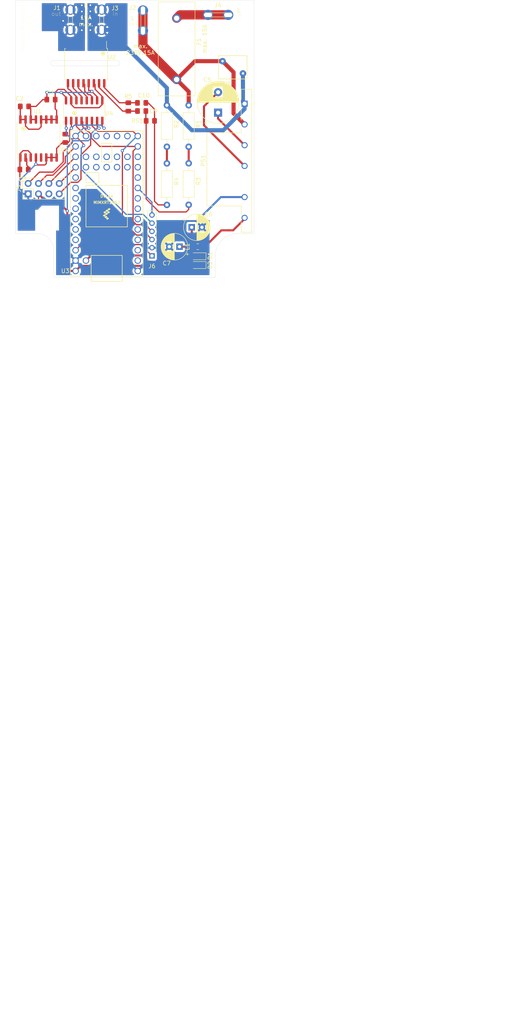
<source format=kicad_pcb>
(kicad_pcb (version 20171130) (host pcbnew "(5.1.10-1-10_14)")
  (title_block (title "Power Analyzer with an ACS71020 and a Teensy 4.0") (rev 2.0) (comment 3 "This documentation describes Open Hardware and is licensed under the CERN OHL v. 1.2.") (comment 4 "For detail, refer to LICENSE.PDF in the project folder"))
  (layers (0 F.Cu signal) (31 B.Cu signal) (34 B.Paste user hide) (35 F.Paste user hide) (36 B.SilkS user) (37 F.SilkS user) (38 B.Mask user) (39 F.Mask user) (44 Edge.Cuts user))
  (net 0 "")
  (net 1 GNDS)
  (net 2 GND)
  (net 3 "Net-(C9-Pad1)")
  (net 4 "Net-(C10-Pad1)")
  (net 5 "Net-(R1-Pad1)")
  (net 6 "Net-(R2-Pad1)")
  (net 7 "Net-(U1-Pad5)")
  (net 8 "Net-(U3-Pad44)")
  (net 9 "Net-(U3-Pad43)")
  (net 10 "Net-(U3-Pad42)")
  (net 11 "Net-(U3-Pad40)")
  (net 12 "Net-(U3-Pad38)")
  (net 13 "Net-(U3-Pad2)")
  (net 14 "Net-(U3-Pad3)")
  (net 15 "Net-(U3-Pad4)")
  (net 16 "Net-(U3-Pad5)")
  (net 17 "Net-(U3-Pad6)")
  (net 18 "Net-(U3-Pad7)")
  (net 19 "Net-(U3-Pad8)")
  (net 20 "Net-(U3-Pad10)")
  (net 21 "Net-(U3-Pad11)")
  (net 22 "Net-(U3-Pad37)")
  (net 23 "Net-(U3-Pad36)")
  (net 24 "Net-(U3-Pad35)")
  (net 25 "Net-(U3-Pad30)")
  (net 26 "Net-(U3-Pad29)")
  (net 27 "Net-(U3-Pad28)")
  (net 28 "Net-(U3-Pad26)")
  (net 29 "Net-(U3-Pad25)")
  (net 30 "Net-(U3-Pad24)")
  (net 31 "Net-(U3-Pad15)")
  (net 32 "Net-(U3-Pad16)")
  (net 33 "Net-(U3-Pad18)")
  (net 34 "Net-(U3-Pad17)")
  (net 35 /VISO)
  (net 36 /VINP)
  (net 37 /IP-)
  (net 38 /CS2)
  (net 39 /MOSI2)
  (net 40 /SCLK2)
  (net 41 /MISO2)
  (net 42 /CS1)
  (net 43 +5V)
  (net 44 "Net-(C5-Pad1)")
  (net 45 "Net-(C7-Pad1)")
  (net 46 /VINN)
  (net 47 5V_Teensy)
  (net 48 "Net-(F1-Pad1)")
  (net 49 "Net-(U3-Pad27)")
  (net 50 "Net-(U3-Pad39)")
  (net 51 "Net-(U3-Pad41)")
  (net 52 "/5V(AC)")
  (net 53 "Net-(C5-Pad2)")
  (net 54 /d_rst)
  (net 55 /d_d\c)
  (net 56 /d_cs)
  (net 57 "Net-(U3-Pad12)")
  (net 58 "Net-(F1-Pad2)")
  (net 59 /IP+)
  (net 60 "Net-(J5-Pad5)")
  (net 61 MOSI)
  (net 62 SCLK)
  (net 63 MISO)
  (net 64 3.3V)
  (net 65 CS_SD)
  (module teensy:Teensy40 (layer F.Cu) (at 88.9 170.434 90)
    (fp_text reference U3 (at -16.51 -10.16 180) (layer F.SilkS))
    (fp_text value Teensy4.0)
    (fp_text user DVL6A (at 1.778 0) (layer F.SilkS) (effects (font (size 0.7 0.7))))
    (fp_text user MIMXRT1062 (at 0.254 0) (layer F.SilkS) (effects (font (size 0.7 0.7))))
    (pad 44 thru_hole circle (at 8.89 5.08 90) (size 1.6 1.6) (drill 1.1) (layers *.Cu *.Mask) (net 8 "Net-(U3-Pad44)"))
    (pad 43 thru_hole circle (at 11.43 5.08 90) (size 1.6 1.6) (drill 1.1) (layers *.Cu *.Mask) (net 9 "Net-(U3-Pad43)"))
    (pad 42 thru_hole circle (at 8.89 2.54 90) (size 1.6 1.6) (drill 1.1) (layers *.Cu *.Mask) (net 10 "Net-(U3-Pad42)"))
    (pad 41 thru_hole circle (at 11.43 2.54 90) (size 1.6 1.6) (drill 1.1) (layers *.Cu *.Mask) (net 51 "Net-(U3-Pad41)"))
    (pad 40 thru_hole circle (at 8.89 0 90) (size 1.6 1.6) (drill 1.1) (layers *.Cu *.Mask) (net 11 "Net-(U3-Pad40)"))
    (pad 39 thru_hole circle (at 11.43 0 90) (size 1.6 1.6) (drill 1.1) (layers *.Cu *.Mask) (net 50 "Net-(U3-Pad39)"))
    (pad 38 thru_hole circle (at 8.89 -2.54 90) (size 1.6 1.6) (drill 1.1) (layers *.Cu *.Mask) (net 12 "Net-(U3-Pad38)"))
    (pad 37 thru_hole circle (at 11.43 -2.54 90) (size 1.6 1.6) (drill 1.1) (layers *.Cu *.Mask) (net 22 "Net-(U3-Pad37)"))
    (pad 36 thru_hole circle (at 8.89 -5.08 90) (size 1.6 1.6) (drill 1.1) (layers *.Cu *.Mask) (net 23 "Net-(U3-Pad36)"))
    (pad 35 thru_hole circle (at 11.43 -5.08 90) (size 1.6 1.6) (drill 1.1) (layers *.Cu *.Mask) (net 24 "Net-(U3-Pad35)"))
    (pad 1 thru_hole circle (at -16.51 7.62 90) (size 1.6 1.6) (drill 1.1) (layers *.Cu *.Mask) (net 2 GND))
    (pad 2 thru_hole circle (at -13.97 7.62 90) (size 1.6 1.6) (drill 1.1) (layers *.Cu *.Mask) (net 13 "Net-(U3-Pad2)"))
    (pad 3 thru_hole circle (at -11.43 7.62 90) (size 1.6 1.6) (drill 1.1) (layers *.Cu *.Mask) (net 14 "Net-(U3-Pad3)"))
    (pad 4 thru_hole circle (at -8.89 7.62 90) (size 1.6 1.6) (drill 1.1) (layers *.Cu *.Mask) (net 15 "Net-(U3-Pad4)"))
    (pad 5 thru_hole circle (at -6.35 7.62 90) (size 1.6 1.6) (drill 1.1) (layers *.Cu *.Mask) (net 16 "Net-(U3-Pad5)"))
    (pad 6 thru_hole circle (at -3.81 7.62 90) (size 1.6 1.6) (drill 1.1) (layers *.Cu *.Mask) (net 17 "Net-(U3-Pad6)"))
    (pad 7 thru_hole circle (at -1.27 7.62 90) (size 1.6 1.6) (drill 1.1) (layers *.Cu *.Mask) (net 18 "Net-(U3-Pad7)"))
    (pad 8 thru_hole circle (at 1.27 7.62 90) (size 1.6 1.6) (drill 1.1) (layers *.Cu *.Mask) (net 19 "Net-(U3-Pad8)"))
    (pad 9 thru_hole circle (at 3.81 7.62 90) (size 1.6 1.6) (drill 1.1) (layers *.Cu *.Mask) (net 65 CS_SD))
    (pad 10 thru_hole circle (at 6.35 7.62 90) (size 1.6 1.6) (drill 1.1) (layers *.Cu *.Mask) (net 20 "Net-(U3-Pad10)"))
    (pad 11 thru_hole circle (at 8.89 7.62 90) (size 1.6 1.6) (drill 1.1) (layers *.Cu *.Mask) (net 21 "Net-(U3-Pad11)"))
    (pad 12 thru_hole circle (at 11.43 7.62 90) (size 1.6 1.6) (drill 1.1) (layers *.Cu *.Mask) (net 57 "Net-(U3-Pad12)"))
    (pad 13 thru_hole circle (at 13.97 7.62 90) (size 1.6 1.6) (drill 1.1) (layers *.Cu *.Mask) (net 61 MOSI))
    (pad 34 thru_hole circle (at -13.97 -5.08 90) (size 1.6 1.6) (drill 1.1) (layers *.Cu *.Mask) (net 47 5V_Teensy))
    (pad 33 thru_hole circle (at -16.51 -7.62 90) (size 1.6 1.6) (drill 1.1) (layers *.Cu *.Mask) (net 43 +5V))
    (pad 32 thru_hole circle (at -13.97 -7.62 90) (size 1.6 1.6) (drill 1.1) (layers *.Cu *.Mask) (net 2 GND))
    (pad 31 thru_hole circle (at -11.43 -7.62 90) (size 1.6 1.6) (drill 1.1) (layers *.Cu *.Mask) (net 64 3.3V))
    (pad 30 thru_hole circle (at -8.89 -7.62 90) (size 1.6 1.6) (drill 1.1) (layers *.Cu *.Mask) (net 25 "Net-(U3-Pad30)"))
    (pad 29 thru_hole circle (at -6.35 -7.62 90) (size 1.6 1.6) (drill 1.1) (layers *.Cu *.Mask) (net 26 "Net-(U3-Pad29)"))
    (pad 28 thru_hole circle (at -3.81 -7.62 90) (size 1.6 1.6) (drill 1.1) (layers *.Cu *.Mask) (net 27 "Net-(U3-Pad28)"))
    (pad 27 thru_hole circle (at -1.27 -7.62 90) (size 1.6 1.6) (drill 1.1) (layers *.Cu *.Mask) (net 49 "Net-(U3-Pad27)"))
    (pad 26 thru_hole circle (at 1.27 -7.62 90) (size 1.6 1.6) (drill 1.1) (layers *.Cu *.Mask) (net 28 "Net-(U3-Pad26)"))
    (pad 25 thru_hole circle (at 3.81 -7.62 90) (size 1.6 1.6) (drill 1.1) (layers *.Cu *.Mask) (net 29 "Net-(U3-Pad25)"))
    (pad 24 thru_hole circle (at 6.35 -7.62 90) (size 1.6 1.6) (drill 1.1) (layers *.Cu *.Mask) (net 30 "Net-(U3-Pad24)"))
    (pad 23 thru_hole circle (at 8.89 -7.62 90) (size 1.6 1.6) (drill 1.1) (layers *.Cu *.Mask) (net 56 /d_cs))
    (pad 22 thru_hole circle (at 11.43 -7.62 90) (size 1.6 1.6) (drill 1.1) (layers *.Cu *.Mask) (net 55 /d_d\c))
    (pad 21 thru_hole circle (at 13.97 -7.62 90) (size 1.6 1.6) (drill 1.1) (layers *.Cu *.Mask) (net 54 /d_rst))
    (pad 14 thru_hole circle (at 16.51 7.62 90) (size 1.6 1.6) (drill 1.1) (layers *.Cu *.Mask) (net 63 MISO))
    (pad 15 thru_hole circle (at 16.51 5.08 90) (size 1.6 1.6) (drill 1.1) (layers *.Cu *.Mask) (net 31 "Net-(U3-Pad15)"))
    (pad 16 thru_hole circle (at 16.51 2.54 90) (size 1.6 1.6) (drill 1.1) (layers *.Cu *.Mask) (net 32 "Net-(U3-Pad16)"))
    (pad 20 thru_hole circle (at 16.51 -7.62 90) (size 1.6 1.6) (drill 1.1) (layers *.Cu *.Mask) (net 62 SCLK))
    (pad 19 thru_hole circle (at 16.51 -5.08 90) (size 1.6 1.6) (drill 1.1) (layers *.Cu *.Mask) (net 42 /CS1))
    (pad 18 thru_hole circle (at 16.51 -2.54 90) (size 1.6 1.6) (drill 1.1) (layers *.Cu *.Mask) (net 33 "Net-(U3-Pad18)"))
    (pad 17 thru_hole circle (at 16.51 0 90) (size 1.6 1.6) (drill 1.1) (layers *.Cu *.Mask) (net 34 "Net-(U3-Pad17)"))
  )
  (module Connector_PinSocket_2.00mm:PinSocket_1x06_P2.00mm_Vertical (layer F.Cu) (at 100 183.25 180)
    (fp_text reference J6 (at 0 -2.5) (layer F.SilkS))
    (fp_text value Conn_01x06)
    (pad 6 thru_hole oval (at 0 10 180) (size 1.35 1.35) (drill 0.8) (layers *.Cu *.Mask) (net 65 CS_SD))
    (pad 5 thru_hole oval (at 0 8 180) (size 1.35 1.35) (drill 0.8) (layers *.Cu *.Mask) (net 62 SCLK))
    (pad 4 thru_hole oval (at 0 6 180) (size 1.35 1.35) (drill 0.8) (layers *.Cu *.Mask) (net 61 MOSI))
    (pad 3 thru_hole oval (at 0 4 180) (size 1.35 1.35) (drill 0.8) (layers *.Cu *.Mask) (net 63 MISO))
    (pad 2 thru_hole oval (at 0 2 180) (size 1.35 1.35) (drill 0.8) (layers *.Cu *.Mask) (net 2 GND))
    (pad 1 thru_hole rect (at 0 0 180) (size 1.35 1.35) (drill 0.8) (layers *.Cu *.Mask) (net 64 3.3V))
  )
  (module Capacitor_SMD:C_0805_2012Metric_Pad1.15x1.40mm_HandSolder (layer F.Cu) (at 68.645 162.11)
    (fp_text reference C3 (at -0.381 2.413) (layer F.SilkS))
    (fp_text value 100p)
    (pad 2 smd roundrect (at 1.025 0) (size 1.15 1.4) (layers F.Cu F.Paste F.Mask) (roundrect_rratio 0.217391) (net 2 GND))
    (pad 1 smd roundrect (at -1.025 0) (size 1.15 1.4) (layers F.Cu F.Paste F.Mask) (roundrect_rratio 0.217391) (net 43 +5V))
  )
  (module Connector_PinHeader_2.54mm:PinHeader_2x04_P2.54mm_Vertical (layer F.Cu) (at 69.65 168.07 90)
    (fp_text reference J5 (at 1.27 -2.33 90) (layer F.SilkS))
    (fp_text value Conn_01x08)
    (pad 8 thru_hole oval (at 2.54 7.62 90) (size 1.7 1.7) (drill 1) (layers *.Cu *.Mask) (net 56 /d_cs))
    (pad 7 thru_hole oval (at 0 7.62 90) (size 1.7 1.7) (drill 1) (layers *.Cu *.Mask) (net 61 MOSI))
    (pad 6 thru_hole oval (at 2.54 5.08 90) (size 1.7 1.7) (drill 1) (layers *.Cu *.Mask) (net 55 /d_d\c))
    (pad 5 thru_hole oval (at 0 5.08 90) (size 1.7 1.7) (drill 1) (layers *.Cu *.Mask) (net 60 "Net-(J5-Pad5)"))
    (pad 4 thru_hole oval (at 2.54 2.54 90) (size 1.7 1.7) (drill 1) (layers *.Cu *.Mask) (net 54 /d_rst))
    (pad 3 thru_hole oval (at 0 2.54 90) (size 1.7 1.7) (drill 1) (layers *.Cu *.Mask) (net 43 +5V))
    (pad 2 thru_hole oval (at 2.54 0 90) (size 1.7 1.7) (drill 1) (layers *.Cu *.Mask) (net 62 SCLK))
    (pad 1 thru_hole rect (at 0 0 90) (size 1.7 1.7) (drill 1) (layers *.Cu *.Mask) (net 2 GND))
  )
  (module "own_footprints:Fuseholder 5x20mm" (layer F.Cu) (at 106.045 132.588 270)
    (fp_text reference F1 (at -1.778 -5.461 270) (layer F.SilkS))
    (fp_text value Fuse)
    (pad 1 thru_hole circle (at -7.5 0 270) (size 2 2) (drill 1.3) (layers *.Cu *.Mask) (net 48 "Net-(F1-Pad1)"))
    (pad 2 thru_hole circle (at 7.5 0 270) (size 2 2) (drill 1.3) (layers *.Cu *.Mask) (net 58 "Net-(F1-Pad2)"))
    (pad "" np_thru_hole circle (at 0 0 270) (size 2.6 2.6) (drill 2.6) (layers *.Cu *.Mask))
  )
  (module PBO-1-S5:CONV_PBO-1-S5 (layer F.Cu) (at 122.7 146 270)
    (fp_text reference PS1 (at 13.9446 10.13714 90) (layer F.SilkS) (effects (font (size 1.00122 1.00122))))
    (fp_text value PBO-1-S5)
    (pad 1 thru_hole rect (at 0 0 270) (size 1.508 1.508) (drill 1) (layers *.Cu *.Mask) (net 59 /IP+))
    (pad 3 thru_hole circle (at 5.08 0 270) (size 1.508 1.508) (drill 1) (layers *.Cu *.Mask) (net 58 "Net-(F1-Pad2)"))
    (pad 5 thru_hole circle (at 10.16 0 270) (size 1.508 1.508) (drill 1) (layers *.Cu *.Mask) (net 44 "Net-(C5-Pad1)"))
    (pad 7 thru_hole circle (at 15.24 0 270) (size 1.508 1.508) (drill 1) (layers *.Cu *.Mask) (net 53 "Net-(C5-Pad2)"))
    (pad 10 thru_hole circle (at 22.86 0 270) (size 1.508 1.508) (drill 1) (layers *.Cu *.Mask) (net 2 GND))
    (pad 12 thru_hole circle (at 27.94 0 270) (size 1.508 1.508) (drill 1) (layers *.Cu *.Mask) (net 52 "/5V(AC)"))
  )
  (module Capacitor_SMD:C_0805_2012Metric_Pad1.15x1.40mm_HandSolder (layer F.Cu) (at 75.25 145 180)
    (fp_text reference C1 (at 0.1 1.8) (layer F.SilkS))
    (fp_text value 10u)
    (pad 1 smd roundrect (at -1.025 0 180) (size 1.15 1.4) (layers F.Cu F.Paste F.Mask) (roundrect_rratio 0.217391) (net 1 GNDS))
    (pad 2 smd roundrect (at 1.025 0 180) (size 1.15 1.4) (layers F.Cu F.Paste F.Mask) (roundrect_rratio 0.217391) (net 35 /VISO))
  )
  (module Resistor_SMD:R_0805_2012Metric_Pad1.15x1.40mm_HandSolder (layer F.Cu) (at 94.2 146.8 270)
    (fp_text reference R5 (at -2.6 0 180) (layer F.SilkS))
    (fp_text value 1meg)
    (pad 2 smd roundrect (at 1.025 0 270) (size 1.15 1.4) (layers F.Cu F.Paste F.Mask) (roundrect_rratio 0.217391) (net 46 /VINN))
    (pad 1 smd roundrect (at -1.025 0 270) (size 1.15 1.4) (layers F.Cu F.Paste F.Mask) (roundrect_rratio 0.217391) (net 36 /VINP))
  )
  (module Capacitor_SMD:C_0805_2012Metric_Pad1.15x1.40mm_HandSolder (layer F.Cu) (at 78.76 154.48 90)
    (fp_text reference C4 (at -2.84 -0.09 180) (layer F.SilkS))
    (fp_text value 10u)
    (pad 2 smd roundrect (at 1.025 0 90) (size 1.15 1.4) (layers F.Cu F.Paste F.Mask) (roundrect_rratio 0.217391) (net 43 +5V))
    (pad 1 smd roundrect (at -1.025 0 90) (size 1.15 1.4) (layers F.Cu F.Paste F.Mask) (roundrect_rratio 0.217391) (net 2 GND))
  )
  (module Package_SO:SOIC-16_3.9x9.9mm_P1.27mm (layer F.Cu) (at 83.38 147.69 90)
    (fp_text reference U4 (at -0.7 6.1 180) (layer F.SilkS))
    (fp_text value Si8641)
    (pad 1 smd roundrect (at -2.475 -4.445 90) (size 1.95 0.6) (layers F.Cu F.Paste F.Mask) (net 43 +5V))
    (pad 2 smd roundrect (at -2.475 -3.175 90) (size 1.95 0.6) (layers F.Cu F.Paste F.Mask) (net 2 GND))
    (pad 3 smd roundrect (at -2.475 -1.905 90) (size 1.95 0.6) (layers F.Cu F.Paste F.Mask) (net 42 /CS1))
    (pad 4 smd roundrect (at -2.475 -0.635 90) (size 1.95 0.6) (layers F.Cu F.Paste F.Mask) (net 61 MOSI))
    (pad 5 smd roundrect (at -2.475 0.635 90) (size 1.95 0.6) (layers F.Cu F.Paste F.Mask) (net 62 SCLK))
    (pad 6 smd roundrect (at -2.475 1.905 90) (size 1.95 0.6) (layers F.Cu F.Paste F.Mask) (net 63 MISO))
    (pad 7 smd roundrect (at -2.475 3.175 90) (size 1.95 0.6) (layers F.Cu F.Paste F.Mask) (net 43 +5V))
    (pad 8 smd roundrect (at -2.475 4.445 90) (size 1.95 0.6) (layers F.Cu F.Paste F.Mask) (net 2 GND))
    (pad 9 smd roundrect (at 2.475 4.445 90) (size 1.95 0.6) (layers F.Cu F.Paste F.Mask) (net 1 GNDS))
    (pad 10 smd roundrect (at 2.475 3.175 90) (size 1.95 0.6) (layers F.Cu F.Paste F.Mask) (net 35 /VISO))
    (pad 11 smd roundrect (at 2.475 1.905 90) (size 1.95 0.6) (layers F.Cu F.Paste F.Mask) (net 41 /MISO2))
    (pad 12 smd roundrect (at 2.475 0.635 90) (size 1.95 0.6) (layers F.Cu F.Paste F.Mask) (net 40 /SCLK2))
    (pad 13 smd roundrect (at 2.475 -0.635 90) (size 1.95 0.6) (layers F.Cu F.Paste F.Mask) (net 39 /MOSI2))
    (pad 14 smd roundrect (at 2.475 -1.905 90) (size 1.95 0.6) (layers F.Cu F.Paste F.Mask) (net 38 /CS2))
    (pad 15 smd roundrect (at 2.475 -3.175 90) (size 1.95 0.6) (layers F.Cu F.Paste F.Mask) (net 1 GNDS))
    (pad 16 smd roundrect (at 2.475 -4.445 90) (size 1.95 0.6) (layers F.Cu F.Paste F.Mask) (net 35 /VISO))
  )
  (module own_footprints:Flachstecker_8mm_B6.3mm_P4mm (layer F.Cu) (at 116.205 126.365 180)
    (fp_text reference J4 (at 0 4.445) (layer F.SilkS))
    (fp_text value H_VinL_in)
    (pad 1 thru_hole circle (at 2.475 2.1 180) (size 2.5 2.5) (drill oval 2 1) (layers *.Cu *.Mask) (net 48 "Net-(F1-Pad1)"))
    (pad 1 thru_hole circle (at -2.475 2.1 180) (size 2.5 2.5) (drill oval 2 1) (layers *.Cu *.Mask) (net 48 "Net-(F1-Pad1)"))
  )
  (module MountingHole:MountingHole_2.5mm (layer F.Cu) (at 74.3 131)
    (fp_text reference MH1 hide)
    (fp_text value MountingHole_2.5mm)
    (pad 1 np_thru_hole circle (at 0 0) (size 2.5 2.5) (drill 2.5) (layers *.Cu *.Mask))
  )
  (module Capacitor_THT:CP_Radial_D10.0mm_P5.00mm (layer F.Cu) (at 116.205 148.193 90)
    (fp_text reference C5 (at 8.0264 -2.61366 180) (layer F.SilkS))
    (fp_text value 4.7u)
    (pad 2 thru_hole circle (at 5 0 90) (size 2 2) (drill 1) (layers *.Cu *.Mask) (net 53 "Net-(C5-Pad2)"))
    (pad 1 thru_hole rect (at 0 0 90) (size 2 2) (drill 1) (layers *.Cu *.Mask) (net 44 "Net-(C5-Pad1)"))
  )
  (module Package_SO:SOIC-16W_7.5x10.3mm_P1.27mm (layer F.Cu) (at 72.19 154.528 90)
    (fp_text reference U1 (at 6.668 -0.22 180) (layer F.SilkS))
    (fp_text value UCC12040)
    (pad 1 smd roundrect (at -4.65 -4.445 90) (size 2.05 0.6) (layers F.Cu F.Paste F.Mask) (net 43 +5V))
    (pad 2 smd roundrect (at -4.65 -3.175 90) (size 2.05 0.6) (layers F.Cu F.Paste F.Mask) (net 2 GND))
    (pad 3 smd roundrect (at -4.65 -1.905 90) (size 2.05 0.6) (layers F.Cu F.Paste F.Mask) (net 43 +5V))
    (pad 4 smd roundrect (at -4.65 -0.635 90) (size 2.05 0.6) (layers F.Cu F.Paste F.Mask) (net 2 GND))
    (pad 5 smd roundrect (at -4.65 0.635 90) (size 2.05 0.6) (layers F.Cu F.Paste F.Mask) (net 7 "Net-(U1-Pad5)"))
    (pad 6 smd roundrect (at -4.65 1.905 90) (size 2.05 0.6) (layers F.Cu F.Paste F.Mask) (net 2 GND))
    (pad 7 smd roundrect (at -4.65 3.175 90) (size 2.05 0.6) (layers F.Cu F.Paste F.Mask) (net 2 GND))
    (pad 8 smd roundrect (at -4.65 4.445 90) (size 2.05 0.6) (layers F.Cu F.Paste F.Mask) (net 2 GND))
    (pad 9 smd roundrect (at 4.65 4.445 90) (size 2.05 0.6) (layers F.Cu F.Paste F.Mask) (net 1 GNDS))
    (pad 10 smd roundrect (at 4.65 3.175 90) (size 2.05 0.6) (layers F.Cu F.Paste F.Mask) (net 1 GNDS))
    (pad 11 smd roundrect (at 4.65 1.905 90) (size 2.05 0.6) (layers F.Cu F.Paste F.Mask) (net 1 GNDS))
    (pad 12 smd roundrect (at 4.65 0.635 90) (size 2.05 0.6) (layers F.Cu F.Paste F.Mask) (net 1 GNDS))
    (pad 13 smd roundrect (at 4.65 -0.635 90) (size 2.05 0.6) (layers F.Cu F.Paste F.Mask) (net 35 /VISO))
    (pad 14 smd roundrect (at 4.65 -1.905 90) (size 2.05 0.6) (layers F.Cu F.Paste F.Mask) (net 35 /VISO))
    (pad 15 smd roundrect (at 4.65 -3.175 90) (size 2.05 0.6) (layers F.Cu F.Paste F.Mask) (net 1 GNDS))
    (pad 16 smd roundrect (at 4.65 -4.445 90) (size 2.05 0.6) (layers F.Cu F.Paste F.Mask) (net 1 GNDS))
  )
  (module own_footprints:Flachstecker_8mm_B6.3mm_P4mm (layer F.Cu) (at 99.89 125.665 270)
    (fp_text reference J2 (at -3.11 4.64 180) (layer F.SilkS))
    (fp_text value L_VinL_out)
    (pad 1 thru_hole circle (at 2.475 2.1 270) (size 2.5 2.5) (drill oval 2 1) (layers *.Cu *.Mask) (net 58 "Net-(F1-Pad2)"))
    (pad 1 thru_hole circle (at -2.475 2.1 270) (size 2.5 2.5) (drill oval 2 1) (layers *.Cu *.Mask) (net 58 "Net-(F1-Pad2)"))
  )
  (module own_footprints:Flachstecker_8mm_B6.3mm_P4mm (layer F.Cu) (at 89.7681 125.4618 270)
    (fp_text reference J3 (at -2.8179 -1.16136 180) (layer F.SilkS))
    (fp_text value L_VinN_in)
    (pad 1 thru_hole circle (at 2.475 2.1 270) (size 2.5 2.5) (drill oval 2 1) (layers *.Cu *.Mask) (net 59 /IP+))
    (pad 1 thru_hole circle (at -2.475 2.1 270) (size 2.5 2.5) (drill oval 2 1) (layers *.Cu *.Mask) (net 59 /IP+))
  )
  (module own_footprints:Flachstecker_8mm_B6.3mm_P4mm (layer F.Cu) (at 77.91 125.4745 90)
    (fp_text reference J1 (at 2.9195 -1.202 180) (layer F.SilkS))
    (fp_text value L_VinN_out)
    (pad 1 thru_hole circle (at 2.475 2.1 90) (size 2.5 2.5) (drill oval 2 1) (layers *.Cu *.Mask) (net 37 /IP-))
    (pad 1 thru_hole circle (at -2.475 2.1 90) (size 2.5 2.5) (drill oval 2 1) (layers *.Cu *.Mask) (net 37 /IP-))
  )
  (module Capacitor_SMD:C_0805_2012Metric_Pad1.15x1.40mm_HandSolder (layer F.Cu) (at 97.475 145.8 180)
    (fp_text reference C10 (at -0.525 1.8) (layer F.SilkS))
    (fp_text value 1u)
    (pad 1 smd roundrect (at -1.025 0 180) (size 1.15 1.4) (layers F.Cu F.Paste F.Mask) (roundrect_rratio 0.217391) (net 4 "Net-(C10-Pad1)"))
    (pad 2 smd roundrect (at 1.025 0 180) (size 1.15 1.4) (layers F.Cu F.Paste F.Mask) (roundrect_rratio 0.217391) (net 36 /VINP))
  )
  (module MountingHole:MountingHole_2.5mm (layer F.Cu) (at 117.3 131)
    (fp_text reference M1 hide)
    (fp_text value MountingHole_2.5mm)
    (pad 1 np_thru_hole circle (at 0 0) (size 2.5 2.5) (drill 2.5) (layers *.Cu *.Mask))
  )
  (module MountingHole:MountingHole_2.5mm (layer F.Cu) (at 117.3 174)
    (fp_text reference REF** hide)
    (fp_text value MountingHole_2.5mm)
    (pad 1 np_thru_hole circle (at 0 0) (size 2.5 2.5) (drill 2.5) (layers *.Cu *.Mask))
  )
  (module MountingHole:MountingHole_2.5mm (layer F.Cu) (at 74.3 174)
    (fp_text reference REF** hide)
    (fp_text value MountingHole_2.5mm)
    (pad 1 np_thru_hole circle (at 0 0) (size 2.5 2.5) (drill 2.5) (layers *.Cu *.Mask))
  )
  (module "" (layer F.Cu) (at 63 181)
    (fp_text reference "" (at 70 185) (layer F.SilkS) (effects (font (size 1.27 1.27))))
    (fp_text value "" (at 70 185) (layer F.SilkS) (effects (font (size 1.27 1.27))))
  )
  (module "" (layer F.Cu) (at 117 186)
    (fp_text reference "" (at 70 185) (layer F.SilkS) (effects (font (size 1.27 1.27))))
    (fp_text value "" (at 70 185) (layer F.SilkS) (effects (font (size 1.27 1.27))))
  )
  (module Package_SO:SOIC-16W_7.5x10.3mm_P1.27mm (layer F.Cu) (at 83.858 136.343 270)
    (fp_text reference U2 (at -1.723 -6.312 180) (layer F.SilkS))
    (fp_text value ACS71020)
    (pad 16 smd roundrect (at 4.65 -4.445 270) (size 2.05 0.6) (layers F.Cu F.Paste F.Mask) (net 36 /VINP))
    (pad 15 smd roundrect (at 4.65 -3.175 270) (size 2.05 0.6) (layers F.Cu F.Paste F.Mask) (net 46 /VINN))
    (pad 14 smd roundrect (at 4.65 -1.905 270) (size 2.05 0.6) (layers F.Cu F.Paste F.Mask) (net 1 GNDS))
    (pad 13 smd roundrect (at 4.65 -0.635 270) (size 2.05 0.6) (layers F.Cu F.Paste F.Mask) (net 35 /VISO))
    (pad 12 smd roundrect (at 4.65 0.635 270) (size 2.05 0.6) (layers F.Cu F.Paste F.Mask) (net 41 /MISO2))
    (pad 11 smd roundrect (at 4.65 1.905 270) (size 2.05 0.6) (layers F.Cu F.Paste F.Mask) (net 40 /SCLK2))
    (pad 10 smd roundrect (at 4.65 3.175 270) (size 2.05 0.6) (layers F.Cu F.Paste F.Mask) (net 39 /MOSI2))
    (pad 9 smd roundrect (at 4.65 4.445 270) (size 2.05 0.6) (layers F.Cu F.Paste F.Mask) (net 38 /CS2))
    (pad 8 smd roundrect (at -4.65 4.445 270) (size 2.05 0.6) (layers F.Cu F.Paste F.Mask) (net 37 /IP-))
    (pad 7 smd roundrect (at -4.65 3.175 270) (size 2.05 0.6) (layers F.Cu F.Paste F.Mask) (net 37 /IP-))
    (pad 6 smd roundrect (at -4.65 1.905 270) (size 2.05 0.6) (layers F.Cu F.Paste F.Mask) (net 37 /IP-))
    (pad 5 smd roundrect (at -4.65 0.635 270) (size 2.05 0.6) (layers F.Cu F.Paste F.Mask) (net 37 /IP-))
    (pad 4 smd roundrect (at -4.65 -0.635 270) (size 2.05 0.6) (layers F.Cu F.Paste F.Mask) (net 59 /IP+))
    (pad 3 smd roundrect (at -4.65 -1.905 270) (size 2.05 0.6) (layers F.Cu F.Paste F.Mask) (net 59 /IP+))
    (pad 2 smd roundrect (at -4.65 -3.175 270) (size 2.05 0.6) (layers F.Cu F.Paste F.Mask) (net 59 /IP+))
    (pad 1 smd roundrect (at -4.65 -4.445 270) (size 2.05 0.6) (layers F.Cu F.Paste F.Mask) (net 59 /IP+))
  )
  (module Capacitor_SMD:C_0805_2012Metric_Pad1.15x1.40mm_HandSolder (layer F.Cu) (at 68.75 146.67)
    (fp_text reference C2 (at -1.215 -1.905) (layer F.SilkS))
    (fp_text value 100p)
    (pad 1 smd roundrect (at -1.025 0) (size 1.15 1.4) (layers F.Cu F.Paste F.Mask) (roundrect_rratio 0.217391) (net 1 GNDS))
    (pad 2 smd roundrect (at 1.025 0) (size 1.15 1.4) (layers F.Cu F.Paste F.Mask) (roundrect_rratio 0.217391) (net 35 /VISO))
  )
  (module Capacitor_SMD:C_0805_2012Metric_Pad1.15x1.40mm_HandSolder (layer F.Cu) (at 97.475 147.8 180)
    (fp_text reference C9 (at -2.925 0) (layer F.SilkS))
    (fp_text value 1u)
    (pad 2 smd roundrect (at 1.025 0 180) (size 1.15 1.4) (layers F.Cu F.Paste F.Mask) (roundrect_rratio 0.217391) (net 46 /VINN))
    (pad 1 smd roundrect (at -1.025 0 180) (size 1.15 1.4) (layers F.Cu F.Paste F.Mask) (roundrect_rratio 0.217391) (net 3 "Net-(C9-Pad1)"))
  )
  (module Resistor_THT:R_Axial_DIN0207_L6.3mm_D2.5mm_P10.16mm_Horizontal (layer F.Cu) (at 109 156.549 90)
    (fp_text reference R1 (at 5.549 2.385 90) (layer F.SilkS))
    (fp_text value 1meg)
    (pad 2 thru_hole oval (at 10.16 0 90) (size 1.6 1.6) (drill 0.8) (layers *.Cu *.Mask) (net 58 "Net-(F1-Pad2)"))
    (pad 1 thru_hole circle (at 0 0 90) (size 1.6 1.6) (drill 0.8) (layers *.Cu *.Mask) (net 5 "Net-(R1-Pad1)"))
  )
  (module Resistor_THT:R_Axial_DIN0207_L6.3mm_D2.5mm_P10.16mm_Horizontal (layer F.Cu) (at 103.66 156.549 90)
    (fp_text reference R2 (at 5.549 2.34 90) (layer F.SilkS))
    (fp_text value 1meg)
    (pad 1 thru_hole circle (at 0 0 90) (size 1.6 1.6) (drill 0.8) (layers *.Cu *.Mask) (net 6 "Net-(R2-Pad1)"))
    (pad 2 thru_hole oval (at 10.16 0 90) (size 1.6 1.6) (drill 0.8) (layers *.Cu *.Mask) (net 59 /IP+))
  )
  (module Resistor_THT:R_Axial_DIN0207_L6.3mm_D2.5mm_P10.16mm_Horizontal (layer F.Cu) (at 109 170.75 90)
    (fp_text reference R3 (at 5.773 2.385 90) (layer F.SilkS))
    (fp_text value 1meg)
    (pad 1 thru_hole circle (at 0 0 90) (size 1.6 1.6) (drill 0.8) (layers *.Cu *.Mask) (net 3 "Net-(C9-Pad1)"))
    (pad 2 thru_hole oval (at 10.16 0 90) (size 1.6 1.6) (drill 0.8) (layers *.Cu *.Mask) (net 5 "Net-(R1-Pad1)"))
  )
  (module Resistor_THT:R_Axial_DIN0207_L6.3mm_D2.5mm_P10.16mm_Horizontal (layer F.Cu) (at 103.66 170.773 90)
    (fp_text reference R4 (at 5.773 2.385 90) (layer F.SilkS))
    (fp_text value 1meg)
    (pad 2 thru_hole oval (at 10.16 0 90) (size 1.6 1.6) (drill 0.8) (layers *.Cu *.Mask) (net 6 "Net-(R2-Pad1)"))
    (pad 1 thru_hole circle (at 0 0 90) (size 1.6 1.6) (drill 0.8) (layers *.Cu *.Mask) (net 4 "Net-(C10-Pad1)"))
  )
  (module Resistor_SMD:R_0805_2012Metric_Pad1.15x1.40mm_HandSolder (layer F.Cu) (at 99.6 150.2 180)
    (fp_text reference RS1 (at 3.2 0) (layer F.SilkS))
    (fp_text value 1.5k)
    (pad 1 smd roundrect (at -1.025 0 180) (size 1.15 1.4) (layers F.Cu F.Paste F.Mask) (roundrect_rratio 0.217391) (net 4 "Net-(C10-Pad1)"))
    (pad 2 smd roundrect (at 1.025 0 180) (size 1.15 1.4) (layers F.Cu F.Paste F.Mask) (roundrect_rratio 0.217391) (net 3 "Net-(C9-Pad1)"))
  )
  (module Varistor:RV_Disc_D7mm_W5.7mm_P5mm (layer F.Cu) (at 117.3 135.6)
    (fp_text reference RV1 (at 0.66548 5.4737) (layer F.SilkS))
    (fp_text value MOV)
    (pad 1 thru_hole circle (at 0 0) (size 1.6 1.6) (drill 0.6) (layers *.Cu *.Mask) (net 58 "Net-(F1-Pad2)"))
    (pad 2 thru_hole circle (at 5 3) (size 1.6 1.6) (drill 0.6) (layers *.Cu *.Mask) (net 59 /IP+))
  )
  (module Capacitor_THT:CP_Radial_D6.3mm_P2.50mm (layer F.Cu) (at 109.75 176.25)
    (fp_text reference C6 (at 4.145 -3.175) (layer F.SilkS))
    (fp_text value 100u)
    (pad 1 thru_hole rect (at 0 0) (size 1.6 1.6) (drill 0.8) (layers *.Cu *.Mask) (net 52 "/5V(AC)"))
    (pad 2 thru_hole circle (at 2.5 0) (size 1.6 1.6) (drill 0.8) (layers *.Cu *.Mask) (net 2 GND))
  )
  (module Capacitor_THT:CP_Radial_D6.3mm_P2.50mm (layer F.Cu) (at 106.75 181 180)
    (fp_text reference C7 (at 3.145 -4.0513) (layer F.SilkS))
    (fp_text value 68u)
    (pad 2 thru_hole circle (at 2.5 0 180) (size 1.6 1.6) (drill 0.8) (layers *.Cu *.Mask) (net 2 GND))
    (pad 1 thru_hole rect (at 0 0 180) (size 1.6 1.6) (drill 0.8) (layers *.Cu *.Mask) (net 45 "Net-(C7-Pad1)"))
  )
  (module Diode_SMD:D_SOD-323_HandSoldering (layer F.Cu) (at 111.35 183.35 180)
    (fp_text reference D1 (at -2.9 0.1 270) (layer F.SilkS))
    (fp_text value D_Schottky)
    (pad 1 smd rect (at -1.25 0 180) (size 1 1) (layers F.Cu F.Paste F.Mask) (net 43 +5V))
    (pad 2 smd rect (at 1.25 0 180) (size 1 1) (layers F.Cu F.Paste F.Mask) (net 45 "Net-(C7-Pad1)"))
  )
  (module Diode_SMD:D_SOD-323_HandSoldering (layer F.Cu) (at 111.35 185.5 180)
    (fp_text reference D2 (at -2.9 0 270) (layer F.SilkS))
    (fp_text value D_Schottky)
    (pad 2 smd rect (at 1.25 0 180) (size 1 1) (layers F.Cu F.Paste F.Mask) (net 47 5V_Teensy))
    (pad 1 smd rect (at -1.25 0 180) (size 1 1) (layers F.Cu F.Paste F.Mask) (net 43 +5V))
  )
  (module Inductor_SMD:L_0805_2012Metric_Pad1.15x1.40mm_HandSolder (layer F.Cu) (at 111.225 181 180)
    (fp_text reference L1 (at 2.54 0 270) (layer F.SilkS))
    (fp_text value 2.2uH)
    (pad 1 smd roundrect (at -1.025 0 180) (size 1.15 1.4) (layers F.Cu F.Paste F.Mask) (roundrect_rratio 0.217391) (net 52 "/5V(AC)"))
    (pad 2 smd roundrect (at 1.025 0 180) (size 1.15 1.4) (layers F.Cu F.Paste F.Mask) (roundrect_rratio 0.217391) (net 45 "Net-(C7-Pad1)"))
  )
  (gr_text . (at 80.98 147.07) (layer F.SilkS) (effects (font (size 3 3) (thickness 0.75))))
  (gr_text . (at 88 132.5) (layer F.SilkS) (effects (font (size 3 3) (thickness 0.75))))
  (gr_text . (at 68.5 150.9) (layer F.SilkS) (effects (font (size 3 3) (thickness 0.75))))
  (gr_text L (at 95.25 125.095) (layer F.SilkS) (effects (font (size 1 1))))
  (gr_text L (at 121.285 123.19) (layer F.SilkS) (effects (font (size 1 1))))
  (gr_text N (at 83.82 121.92) (layer F.SilkS) (effects (font (size 1 1))))
  (gr_text out (at 76.5 124) (layer F.SilkS) (effects (font (size 1 1) (thickness 0.05))))
  (gr_text in (at 91 124) (layer F.SilkS) (effects (font (size 1 1) (thickness 0.05))))
  (gr_text out (at 95.25 126.365) (layer F.SilkS) (effects (font (size 1 1) (thickness 0.05))))
  (gr_text in (at 121.285 124.46) (layer F.SilkS) (effects (font (size 1 1) (thickness 0.05))))
  (gr_text "max. 15A" (at 112.903 130.175 90) (layer F.SilkS) (effects (font (size 1 1))))
  (gr_text "max.\n230V,15A" (at 97.155 132.715) (layer F.SilkS) (effects (font (size 1 1))))
  (gr_text "15A\nmax." (at 83.82 125.73) (layer F.SilkS) (effects (font (size 1 1))))
  (gr_text "Power Analyzer\nRev. 2.0" (at 69.088 127.508 90) (layer F.SilkS) (effects (font (size 1 1) (thickness 0.015))))
  (gr_arc (start 71.882 181.864) (end 75.946 181.864) (angle -90) (layer Edge.Cuts) (width 0.05))
  (gr_line (start 75.946 185) (end 75.946 181.864) (layer Edge.Cuts) (width 0.05))
  (gr_line (start 121 177.8) (end 125 177.8) (layer Edge.Cuts) (width 0.05))
  (gr_arc (start 121 183.3) (end 115.5 183.3) (angle 90) (layer Edge.Cuts) (width 0.05))
  (gr_line (start 115.5 188.5) (end 115.5 183.3) (layer Edge.Cuts) (width 0.05))
  (gr_line (start 71.882 177.8) (end 66.548 177.8) (layer Edge.Cuts) (width 0.05))
  (gr_line (start 75.946 188.5) (end 75.946 185) (layer Edge.Cuts) (width 0.05))
  (gr_line (start 66.548 120.65) (end 66.548 177.8) (layer Edge.Cuts) (width 0.05))
  (gr_line (start 125 120.65) (end 66.548 120.65) (layer Edge.Cuts) (width 0.05))
  (gr_line (start 125 177.8) (end 125 120.65) (layer Edge.Cuts) (width 0.05))
  (gr_line (start 75.946 188.5) (end 115.5 188.5) (layer Edge.Cuts) (width 0.05))
  (gr_arc (start 75.728 136.105) (end 75.728 135.47) (angle -180) (layer Edge.Cuts) (width 0.05))
  (gr_arc (start 91.478 136.105) (end 92.113 136.105) (angle -90) (layer Edge.Cuts) (width 0.05))
  (gr_arc (start 91.478 136.105) (end 91.478 136.74) (angle -90) (layer Edge.Cuts) (width 0.05))
  (gr_line (start 91.478 136.74) (end 75.728 136.74) (layer Edge.Cuts) (width 0.05))
  (gr_line (start 91.478 135.47) (end 75.728 135.47) (layer Edge.Cuts) (width 0.05))
  (segment (start 80.205 146.19) (end 81 146.985) (width 0.3) (layer F.Cu) (net 1))
  (segment (start 80.205 145.215) (end 80.205 146.19) (width 0.3) (layer F.Cu) (net 1))
  (segment (start 87.825 146.19) (end 87.825 145.215) (width 0.3) (layer F.Cu) (net 1))
  (segment (start 87.03 146.985) (end 87.825 146.19) (width 0.3) (layer F.Cu) (net 1))
  (segment (start 81 146.985) (end 87.03 146.985) (width 0.3) (layer F.Cu) (net 1))
  (segment (start 86.063 142.478) (end 87.825 144.24) (width 0.3) (layer F.Cu) (net 1))
  (segment (start 87.825 144.24) (end 87.825 145.215) (width 0.3) (layer F.Cu) (net 1))
  (segment (start 86.063 141.293) (end 86.063 142.478) (width 0.3) (layer F.Cu) (net 1))
  (segment (start 85.763 140.993) (end 86.063 141.293) (width 0.3) (layer F.Cu) (net 1))
  (segment (start 67.725 149.858) (end 67.745 149.878) (width 0.3) (layer F.Cu) (net 1))
  (segment (start 67.725 146.67) (end 67.725 149.858) (width 0.3) (layer F.Cu) (net 1))
  (segment (start 76.635 149.878) (end 72.825 149.878) (width 0.3) (layer F.Cu) (net 1))
  (segment (start 69.015 149.878) (end 67.745 149.878) (width 0.3) (layer F.Cu) (net 1))
  (segment (start 76.635 149.878) (end 76.635 147.635) (width 0.3) (layer F.Cu) (net 1))
  (segment (start 80.205 144.24) (end 78.465 142.5) (width 0.3) (layer F.Cu) (net 1))
  (segment (start 80.205 145.215) (end 80.205 144.24) (width 0.3) (layer F.Cu) (net 1))
  (segment (start 78.465 142.5) (end 77 142.5) (width 0.3) (layer F.Cu) (net 1))
  (segment (start 76.275 143.225) (end 76.275 145) (width 0.3) (layer F.Cu) (net 1))
  (segment (start 77 142.5) (end 76.275 143.225) (width 0.3) (layer F.Cu) (net 1))
  (segment (start 76.275 147.275) (end 76.275 145) (width 0.3) (layer F.Cu) (net 1))
  (segment (start 76.635 147.635) (end 76.275 147.275) (width 0.3) (layer F.Cu) (net 1))
  (segment (start 69.015 149.878) (end 69.015 151.485) (width 0.3) (layer F.Cu) (net 1))
  (segment (start 69.015 151.485) (end 69.78 152.25) (width 0.3) (layer F.Cu) (net 1))
  (segment (start 69.78 152.25) (end 72.25 152.25) (width 0.3) (layer F.Cu) (net 1))
  (segment (start 72.825 151.675) (end 72.825 149.878) (width 0.3) (layer F.Cu) (net 1))
  (segment (start 72.25 152.25) (end 72.825 151.675) (width 0.3) (layer F.Cu) (net 1))
  (segment (start 112.355 173.395) (end 112.355 176.403) (width 0.5) (layer B.Cu) (net 2))
  (segment (start 116.89 168.86) (end 122.7 168.86) (width 0.5) (layer B.Cu) (net 2))
  (segment (start 112.355 173.395) (end 116.89 168.86) (width 0.5) (layer B.Cu) (net 2))
  (segment (start 87.825 150.165) (end 87.825 151.575) (width 0.3) (layer F.Cu) (net 2))
  (via (at 88.25 152) (size 0.8) (drill 0.4) (layers F.Cu B.Cu) (net 2))
  (segment (start 87.825 151.575) (end 88.25 152) (width 0.3) (layer F.Cu) (net 2))
  (segment (start 81.000001 151.249999) (end 80.25 152) (width 0.3) (layer B.Cu) (net 2))
  (via (at 80.25 152) (size 0.8) (drill 0.4) (layers F.Cu B.Cu) (net 2))
  (segment (start 88.25 152) (end 87.499999 151.249999) (width 0.3) (layer B.Cu) (net 2))
  (segment (start 87.499999 151.249999) (end 81.000001 151.249999) (width 0.3) (layer B.Cu) (net 2))
  (segment (start 80.25 150.21) (end 80.205 150.165) (width 0.3) (layer F.Cu) (net 2))
  (segment (start 80.25 152) (end 80.25 150.21) (width 0.3) (layer F.Cu) (net 2))
  (segment (start 79.46 155.505) (end 78.76 155.505) (width 0.3) (layer F.Cu) (net 2))
  (segment (start 79.850001 152.399999) (end 79.850001 155.114999) (width 0.3) (layer F.Cu) (net 2))
  (segment (start 79.850001 155.114999) (end 79.46 155.505) (width 0.3) (layer F.Cu) (net 2))
  (segment (start 80.25 152) (end 79.850001 152.399999) (width 0.3) (layer F.Cu) (net 2))
  (segment (start 69.67 161.41) (end 69.67 162.11) (width 0.3) (layer F.Cu) (net 2))
  (segment (start 69.315 161.055) (end 69.67 161.41) (width 0.3) (layer F.Cu) (net 2))
  (segment (start 69.315 159.478) (end 69.315 161.055) (width 0.3) (layer F.Cu) (net 2))
  (segment (start 69.015 159.178) (end 69.315 159.478) (width 0.3) (layer F.Cu) (net 2))
  (segment (start 76.635 159.178) (end 74.095 159.178) (width 0.3) (layer F.Cu) (net 2))
  (segment (start 71.555 159.178) (end 71.555 160.695) (width 0.3) (layer F.Cu) (net 2))
  (segment (start 71.555 160.695) (end 71.86 161) (width 0.3) (layer F.Cu) (net 2))
  (segment (start 71.86 161) (end 73.75 161) (width 0.3) (layer F.Cu) (net 2))
  (segment (start 74.095 160.655) (end 74.095 159.178) (width 0.3) (layer F.Cu) (net 2))
  (segment (start 73.75 161) (end 74.095 160.655) (width 0.3) (layer F.Cu) (net 2))
  (segment (start 70.245 162.11) (end 71.555 160.8) (width 0.3) (layer F.Cu) (net 2))
  (segment (start 71.555 160.8) (end 71.555 160.695) (width 0.3) (layer F.Cu) (net 2))
  (segment (start 69.67 162.11) (end 70.245 162.11) (width 0.3) (layer F.Cu) (net 2))
  (segment (start 71.555 160.8) (end 71.555 160.8) (width 0.3) (layer F.Cu) (net 2))
  (via (at 71.555 160.8) (size 0.8) (drill 0.4) (layers F.Cu B.Cu) (net 2))
  (segment (start 71.555 160.8) (end 67.5 164.855) (width 0.3) (layer B.Cu) (net 2))
  (segment (start 67.5 164.855) (end 67.5 167.25) (width 0.3) (layer B.Cu) (net 2))
  (segment (start 68.32 168.07) (end 69.65 168.07) (width 0.3) (layer B.Cu) (net 2))
  (segment (start 67.5 167.25) (end 68.32 168.07) (width 0.3) (layer B.Cu) (net 2))
  (segment (start 76.635 158.153) (end 76.635 159.178) (width 0.3) (layer F.Cu) (net 2))
  (segment (start 76.635 156.93) (end 76.635 158.153) (width 0.3) (layer F.Cu) (net 2))
  (segment (start 78.06 155.505) (end 76.635 156.93) (width 0.3) (layer F.Cu) (net 2))
  (segment (start 78.76 155.505) (end 78.06 155.505) (width 0.3) (layer F.Cu) (net 2))
  (segment (start 98.5 150.125) (end 98.575 150.2) (width 0.3) (layer F.Cu) (net 3))
  (segment (start 98.5 147.8) (end 98.5 150.125) (width 0.3) (layer F.Cu) (net 3))
  (segment (start 101.75 172.5) (end 98.575 169.325) (width 0.3) (layer F.Cu) (net 3))
  (segment (start 108.38137 172.5) (end 101.75 172.5) (width 0.3) (layer F.Cu) (net 3))
  (segment (start 98.575 169.325) (end 98.575 150.2) (width 0.3) (layer F.Cu) (net 3))
  (segment (start 109 170.75) (end 109 171.88137) (width 0.3) (layer F.Cu) (net 3))
  (segment (start 109 171.88137) (end 108.38137 172.5) (width 0.3) (layer F.Cu) (net 3))
  (segment (start 100.625 149.5) (end 100.625 150.2) (width 0.3) (layer F.Cu) (net 4))
  (segment (start 99.075 145.8) (end 100.625 147.35) (width 0.3) (layer F.Cu) (net 4))
  (segment (start 100.625 147.35) (end 100.625 149.5) (width 0.3) (layer F.Cu) (net 4))
  (segment (start 98.5 145.8) (end 99.075 145.8) (width 0.3) (layer F.Cu) (net 4))
  (segment (start 100.625 150.2) (end 100.625 169.875) (width 0.3) (layer F.Cu) (net 4))
  (segment (start 101.523 170.773) (end 103.66 170.773) (width 0.3) (layer F.Cu) (net 4))
  (segment (start 100.625 169.875) (end 101.523 170.773) (width 0.3) (layer F.Cu) (net 4))
  (segment (start 109 156.549) (end 109 160.59) (width 0.5) (layer F.Cu) (net 5))
  (segment (start 103.66 156.549) (end 103.66 160.613) (width 0.5) (layer F.Cu) (net 6))
  (segment (start 84.493 140.993) (end 84.493 142.793) (width 0.3) (layer F.Cu) (net 35))
  (segment (start 84.493 142.793) (end 84.5 142.8) (width 0.3) (layer F.Cu) (net 35))
  (segment (start 85.065685 142.8) (end 84.5 142.8) (width 0.3) (layer F.Cu) (net 35))
  (segment (start 86.555 145.215) (end 86.555 144.289315) (width 0.3) (layer F.Cu) (net 35))
  (segment (start 71.555 149.878) (end 70.285 149.878) (width 0.3) (layer F.Cu) (net 35))
  (segment (start 70.285 147.18) (end 69.775 146.67) (width 0.3) (layer F.Cu) (net 35))
  (segment (start 70.285 149.878) (end 70.285 147.18) (width 0.3) (layer F.Cu) (net 35))
  (segment (start 78.935 145.215) (end 78.935 144.815) (width 0.3) (layer F.Cu) (net 35))
  (segment (start 78.935 144.815) (end 79 144.75) (width 0.3) (layer F.Cu) (net 35))
  (via (at 77.75 143.25) (size 0.8) (drill 0.4) (layers F.Cu B.Cu) (net 35))
  (segment (start 79 144.75) (end 79 144.5) (width 0.3) (layer F.Cu) (net 35))
  (segment (start 79 144.5) (end 77.75 143.25) (width 0.3) (layer F.Cu) (net 35))
  (via (at 85.25 143) (size 0.8) (drill 0.4) (layers F.Cu B.Cu) (net 35))
  (segment (start 85 143.25) (end 85.25 143) (width 0.3) (layer B.Cu) (net 35))
  (segment (start 86.555 144.289315) (end 85.25 143) (width 0.3) (layer F.Cu) (net 35))
  (segment (start 77.75 143.25) (end 85 143.25) (width 0.3) (layer B.Cu) (net 35))
  (segment (start 85.25 143) (end 85.065685 142.8) (width 0.3) (layer F.Cu) (net 35))
  (via (at 74.25 143.25) (size 0.8) (drill 0.4) (layers F.Cu B.Cu) (net 35))
  (segment (start 77.75 143.25) (end 74.25 143.25) (width 0.3) (layer B.Cu) (net 35))
  (segment (start 74.25 144.975) (end 74.225 145) (width 0.3) (layer F.Cu) (net 35))
  (segment (start 74.25 143.25) (end 74.25 144.975) (width 0.3) (layer F.Cu) (net 35))
  (segment (start 74.225 145) (end 73.25 145) (width 0.3) (layer F.Cu) (net 35))
  (segment (start 71.58 146.67) (end 69.775 146.67) (width 0.3) (layer F.Cu) (net 35))
  (segment (start 73.25 145) (end 71.58 146.67) (width 0.3) (layer F.Cu) (net 35))
  (segment (start 96.425 145.775) (end 96.45 145.8) (width 0.3) (layer F.Cu) (net 36))
  (segment (start 94.2 145.775) (end 96.425 145.775) (width 0.3) (layer F.Cu) (net 36))
  (segment (start 88.303 140.993) (end 88.303 142.053) (width 0.3) (layer F.Cu) (net 36))
  (segment (start 92.025 145.775) (end 94.2 145.775) (width 0.3) (layer F.Cu) (net 36))
  (segment (start 88.303 142.053) (end 92.025 145.775) (width 0.3) (layer F.Cu) (net 36))
  (via (at 82.804 124.968) (size 0.8) (drill 0.4) (layers F.Cu B.Cu) (net 37))
  (via (at 82.804 126.492) (size 0.8) (drill 0.4) (layers F.Cu B.Cu) (net 37))
  (via (at 82.804 128.016) (size 0.8) (drill 0.4) (layers F.Cu B.Cu) (net 37))
  (via (at 82.804 123.444) (size 0.8) (drill 0.4) (layers F.Cu B.Cu) (net 37))
  (via (at 82.804 121.92) (size 0.8) (drill 0.4) (layers F.Cu B.Cu) (net 37))
  (via (at 78.232 125.73) (size 0.8) (drill 0.4) (layers F.Cu B.Cu) (net 37))
  (segment (start 81.475 144.24) (end 81.475 145.215) (width 0.3) (layer F.Cu) (net 38))
  (segment (start 79.835 142.6) (end 81.475 144.24) (width 0.3) (layer F.Cu) (net 38))
  (segment (start 79.7 142.6) (end 79.835 142.6) (width 0.3) (layer F.Cu) (net 38))
  (segment (start 79.383 142.283) (end 79.7 142.6) (width 0.3) (layer F.Cu) (net 38))
  (segment (start 79.383 140.993) (end 79.383 142.283) (width 0.3) (layer F.Cu) (net 38))
  (segment (start 82.745 144.24) (end 82.745 145.215) (width 0.3) (layer F.Cu) (net 39))
  (segment (start 80.683 140.993) (end 80.683 142.178) (width 0.3) (layer F.Cu) (net 39))
  (segment (start 80.683 142.178) (end 82.745 144.24) (width 0.3) (layer F.Cu) (net 39))
  (segment (start 82 142.225) (end 84.015 144.24) (width 0.3) (layer F.Cu) (net 40))
  (segment (start 82 141.694) (end 82 142.225) (width 0.3) (layer F.Cu) (net 40))
  (segment (start 81.953 140.993) (end 81.953 141.647) (width 0.3) (layer F.Cu) (net 40))
  (segment (start 84.015 144.24) (end 84.015 145.215) (width 0.3) (layer F.Cu) (net 40))
  (segment (start 81.953 141.647) (end 82 141.694) (width 0.3) (layer F.Cu) (net 40))
  (segment (start 83.523 141.293) (end 83.523 142.923) (width 0.3) (layer F.Cu) (net 41))
  (segment (start 83.223 140.993) (end 83.523 141.293) (width 0.3) (layer F.Cu) (net 41))
  (segment (start 83.523 142.923) (end 84.4 143.8) (width 0.3) (layer F.Cu) (net 41))
  (segment (start 85.285 144.24) (end 85.285 145.215) (width 0.3) (layer F.Cu) (net 41))
  (segment (start 84.845 143.8) (end 85.285 144.24) (width 0.3) (layer F.Cu) (net 41))
  (segment (start 84.4 143.8) (end 84.845 143.8) (width 0.3) (layer F.Cu) (net 41))
  (segment (start 81.475 151.579) (end 83.82 153.924) (width 0.3) (layer F.Cu) (net 42))
  (segment (start 81.475 150.165) (end 81.475 151.579) (width 0.3) (layer F.Cu) (net 42))
  (via (at 79 152) (size 0.8) (drill 0.4) (layers F.Cu B.Cu) (net 43))
  (segment (start 112.6 183.35) (end 112.6 185.5) (width 0.5) (layer F.Cu) (net 43))
  (segment (start 112.6 186.5) (end 112.2 186.9) (width 0.5) (layer F.Cu) (net 43))
  (segment (start 112.6 185.5) (end 112.6 186.5) (width 0.5) (layer F.Cu) (net 43))
  (segment (start 112.2 186.9) (end 99.5 186.9) (width 0.5) (layer F.Cu) (net 43))
  (segment (start 82.079999 186.144001) (end 81.28 186.944) (width 0.5) (layer F.Cu) (net 43))
  (segment (start 82.530001 185.693999) (end 82.079999 186.144001) (width 0.5) (layer F.Cu) (net 43))
  (segment (start 98.293999 185.693999) (end 82.530001 185.693999) (width 0.5) (layer F.Cu) (net 43))
  (segment (start 99.5 186.9) (end 98.293999 185.693999) (width 0.5) (layer F.Cu) (net 43))
  (segment (start 78.935 153.28) (end 78.76 153.455) (width 0.3) (layer F.Cu) (net 43))
  (via (at 87 152) (size 0.8) (drill 0.4) (layers F.Cu B.Cu) (net 43))
  (segment (start 86.555 150.165) (end 86.555 151.555) (width 0.3) (layer F.Cu) (net 43))
  (segment (start 86.555 151.555) (end 87 152) (width 0.3) (layer F.Cu) (net 43))
  (segment (start 78.935 151.935) (end 79 152) (width 0.3) (layer F.Cu) (net 43))
  (segment (start 78.935 150.165) (end 78.935 151.935) (width 0.3) (layer F.Cu) (net 43))
  (segment (start 79 153.215) (end 78.76 153.455) (width 0.3) (layer F.Cu) (net 43))
  (segment (start 79 152) (end 79 153.215) (width 0.3) (layer F.Cu) (net 43))
  (segment (start 86.434315 152) (end 87 152) (width 0.3) (layer B.Cu) (net 43))
  (segment (start 85.209999 153.224316) (end 86.434315 152) (width 0.3) (layer B.Cu) (net 43))
  (segment (start 79 152) (end 79 153.346002) (width 0.3) (layer B.Cu) (net 43))
  (segment (start 80.727999 155.074001) (end 84.372001 155.074001) (width 0.3) (layer B.Cu) (net 43))
  (segment (start 79 153.346002) (end 80.727999 155.074001) (width 0.3) (layer B.Cu) (net 43))
  (segment (start 84.372001 155.074001) (end 85.209999 154.236003) (width 0.3) (layer B.Cu) (net 43))
  (segment (start 85.209999 154.236003) (end 85.209999 153.224316) (width 0.3) (layer B.Cu) (net 43))
  (via (at 79.25 172.25) (size 0.8) (drill 0.4) (layers F.Cu B.Cu) (net 43))
  (segment (start 79.25 156.552) (end 79.25 172.25) (width 0.3) (layer B.Cu) (net 43))
  (segment (start 80.727999 155.074001) (end 79.25 156.552) (width 0.3) (layer B.Cu) (net 43))
  (segment (start 79.25 172.25) (end 79.1 172.189588) (width 0.5) (layer F.Cu) (net 43))
  (segment (start 73.039999 168.919999) (end 72.19 168.07) (width 0.5) (layer F.Cu) (net 43))
  (segment (start 74.61199 170.49199) (end 73.039999 168.919999) (width 0.5) (layer F.Cu) (net 43))
  (segment (start 77.49199 170.49199) (end 74.61199 170.49199) (width 0.5) (layer F.Cu) (net 43))
  (segment (start 79.25 172.25) (end 77.49199 170.49199) (width 0.5) (layer F.Cu) (net 43))
  (segment (start 67.62 159.303) (end 67.745 159.178) (width 0.3) (layer F.Cu) (net 43))
  (segment (start 67.62 162.11) (end 67.62 159.303) (width 0.3) (layer F.Cu) (net 43))
  (segment (start 72.19 169.56) (end 72.19 168.07) (width 0.3) (layer F.Cu) (net 43))
  (segment (start 71 170.75) (end 72.19 169.56) (width 0.3) (layer F.Cu) (net 43))
  (segment (start 68.5 170.75) (end 71 170.75) (width 0.3) (layer F.Cu) (net 43))
  (segment (start 67.62 162.11) (end 67.62 169.87) (width 0.3) (layer F.Cu) (net 43))
  (segment (start 67.62 169.87) (end 68.5 170.75) (width 0.3) (layer F.Cu) (net 43))
  (segment (start 79.25 172.815685) (end 79.25 172.25) (width 0.5) (layer F.Cu) (net 43))
  (segment (start 79.25 186.04537) (end 79.25 172.815685) (width 0.5) (layer F.Cu) (net 43))
  (segment (start 80.14863 186.944) (end 79.25 186.04537) (width 0.5) (layer F.Cu) (net 43))
  (segment (start 81.28 186.944) (end 80.14863 186.944) (width 0.5) (layer F.Cu) (net 43))
  (segment (start 67.745 158.153) (end 68.398 157.5) (width 0.3) (layer F.Cu) (net 43))
  (segment (start 67.745 159.178) (end 67.745 158.153) (width 0.3) (layer F.Cu) (net 43))
  (segment (start 70.285 158.153) (end 70.285 159.178) (width 0.3) (layer F.Cu) (net 43))
  (segment (start 69.632 157.5) (end 70.285 158.153) (width 0.3) (layer F.Cu) (net 43))
  (segment (start 68.398 157.5) (end 69.632 157.5) (width 0.3) (layer F.Cu) (net 43))
  (segment (start 116.205 149.665) (end 116.205 148.193) (width 0.5) (layer F.Cu) (net 44))
  (segment (start 122.7 156.16) (end 116.205 149.665) (width 0.5) (layer F.Cu) (net 44))
  (segment (start 110.2 183.25) (end 110.1 183.35) (width 0.5) (layer F.Cu) (net 45))
  (segment (start 110.2 181) (end 110.2 183.25) (width 0.5) (layer F.Cu) (net 45))
  (segment (start 110.2 181) (end 106.75 181) (width 0.5) (layer F.Cu) (net 45))
  (segment (start 96.425 147.825) (end 96.45 147.8) (width 0.3) (layer F.Cu) (net 46))
  (segment (start 94.2 147.825) (end 96.425 147.825) (width 0.3) (layer F.Cu) (net 46))
  (segment (start 87.033 142.018) (end 87.033 140.993) (width 0.3) (layer F.Cu) (net 46))
  (segment (start 92.84 147.825) (end 87.033 142.018) (width 0.3) (layer F.Cu) (net 46))
  (segment (start 94.2 147.825) (end 92.84 147.825) (width 0.3) (layer F.Cu) (net 46))
  (segment (start 85.070001 183.153999) (end 97.753999 183.153999) (width 0.5) (layer F.Cu) (net 47))
  (segment (start 83.82 184.404) (end 85.070001 183.153999) (width 0.5) (layer F.Cu) (net 47))
  (segment (start 100.1 185.5) (end 110.1 185.5) (width 0.5) (layer F.Cu) (net 47))
  (segment (start 97.753999 183.153999) (end 100.1 185.5) (width 0.5) (layer F.Cu) (net 47))
  (segment (start 106.868 124.265) (end 106.045 125.088) (width 2.25) (layer F.Cu) (net 48))
  (segment (start 113.73 124.265) (end 106.868 124.265) (width 2.25) (layer F.Cu) (net 48))
  (segment (start 118.68 124.265) (end 113.73 124.265) (width 2.25) (layer F.Cu) (net 48))
  (segment (start 112.25 180.05) (end 112.25 181) (width 0.5) (layer F.Cu) (net 52))
  (segment (start 109.75 176.25) (end 109.75 177.55) (width 0.5) (layer F.Cu) (net 52))
  (segment (start 109.75 177.55) (end 112.25 180.05) (width 0.5) (layer F.Cu) (net 52))
  (segment (start 118.844182 177) (end 118.7 177) (width 0.5) (layer F.Cu) (net 52))
  (segment (start 118.844182 177) (end 117 177) (width 0.5) (layer F.Cu) (net 52))
  (segment (start 113 181) (end 112.25 181) (width 0.5) (layer F.Cu) (net 52))
  (segment (start 117 177) (end 113 181) (width 0.5) (layer F.Cu) (net 52))
  (segment (start 122.7 174.186412) (end 122.7 173.94) (width 0.5) (layer F.Cu) (net 52))
  (segment (start 119.886412 177) (end 122.7 174.186412) (width 0.5) (layer F.Cu) (net 52))
  (segment (start 118.844182 177) (end 119.886412 177) (width 0.5) (layer F.Cu) (net 52))
  (segment (start 116.205 143.193) (end 112.75 146.648) (width 0.5) (layer F.Cu) (net 53))
  (segment (start 112.75 151.29) (end 122.7 161.24) (width 0.5) (layer F.Cu) (net 53))
  (segment (start 112.75 146.648) (end 112.75 151.29) (width 0.5) (layer F.Cu) (net 53))
  (segment (start 81.116 156.464) (end 81.28 156.464) (width 0.3) (layer F.Cu) (net 54))
  (segment (start 72.214 165.53) (end 72.19 165.53) (width 0.3) (layer F.Cu) (net 54))
  (segment (start 72.19 165.53) (end 74.22 163.5) (width 0.3) (layer F.Cu) (net 54))
  (segment (start 75.70712 163.5) (end 78.75 160.45712) (width 0.3) (layer F.Cu) (net 54))
  (segment (start 74.22 163.5) (end 75.70712 163.5) (width 0.3) (layer F.Cu) (net 54))
  (segment (start 78.75 160.45712) (end 78.75 158.994) (width 0.3) (layer F.Cu) (net 54))
  (segment (start 78.75 158.994) (end 81.28 156.464) (width 0.3) (layer F.Cu) (net 54))
  (segment (start 81.116 159.004) (end 81.28 159.004) (width 0.3) (layer F.Cu) (net 55))
  (segment (start 74.754 165.53) (end 74.73 165.53) (width 0.3) (layer F.Cu) (net 55))
  (segment (start 81.28 159.004) (end 74.754 165.53) (width 0.3) (layer F.Cu) (net 55))
  (segment (start 77.294 165.53) (end 77.27 165.53) (width 0.3) (layer F.Cu) (net 56))
  (segment (start 81.28 161.544) (end 77.294 165.53) (width 0.3) (layer F.Cu) (net 56))
  (segment (start 97.79 123.19) (end 97.79 128.14) (width 2.25) (layer F.Cu) (net 58))
  (segment (start 97.79 131.833) (end 106.045 140.088) (width 2.25) (layer F.Cu) (net 58))
  (segment (start 97.79 128.14) (end 97.79 131.833) (width 2.25) (layer F.Cu) (net 58))
  (segment (start 109 143.043) (end 106.045 140.088) (width 1) (layer F.Cu) (net 58))
  (segment (start 109 146.389) (end 109 143.043) (width 1) (layer F.Cu) (net 58))
  (segment (start 110.533 135.6) (end 106.045 140.088) (width 1) (layer F.Cu) (net 58))
  (segment (start 117.3 135.6) (end 110.533 135.6) (width 1) (layer F.Cu) (net 58))
  (segment (start 122.7 151.08) (end 120 148.38) (width 1) (layer F.Cu) (net 58))
  (segment (start 120 138.3) (end 117.3 135.6) (width 1) (layer F.Cu) (net 58))
  (segment (start 120 148.38) (end 120 138.3) (width 1) (layer F.Cu) (net 58))
  (via (at 84.9 121.9) (size 0.8) (drill 0.4) (layers F.Cu B.Cu) (net 59))
  (via (at 84.9 123.4) (size 0.8) (drill 0.4) (layers F.Cu B.Cu) (net 59))
  (via (at 84.9 125) (size 0.8) (drill 0.4) (layers F.Cu B.Cu) (net 59))
  (via (at 84.9 126.5) (size 0.8) (drill 0.4) (layers F.Cu B.Cu) (net 59))
  (via (at 84.9 128) (size 0.8) (drill 0.4) (layers F.Cu B.Cu) (net 59))
  (segment (start 89.435866 127.9368) (end 103.66 142.160934) (width 1) (layer B.Cu) (net 59))
  (segment (start 87.6681 127.9368) (end 89.435866 127.9368) (width 1) (layer B.Cu) (net 59))
  (segment (start 103.66 142.160934) (end 103.66 146.389) (width 1) (layer B.Cu) (net 59))
  (segment (start 122.3 145.6) (end 122.7 146) (width 1) (layer B.Cu) (net 59))
  (segment (start 122.3 138.6) (end 122.3 145.6) (width 1) (layer B.Cu) (net 59))
  (segment (start 122.7 146) (end 122.7 147.3) (width 1) (layer B.Cu) (net 59))
  (segment (start 122.7 147.3) (end 117.5 152.5) (width 1) (layer B.Cu) (net 59))
  (segment (start 109.771 152.5) (end 103.66 146.389) (width 1) (layer B.Cu) (net 59))
  (segment (start 117.5 152.5) (end 109.771 152.5) (width 1) (layer B.Cu) (net 59))
  (segment (start 87.197998 156.464) (end 84.970001 154.236003) (width 0.3) (layer F.Cu) (net 61))
  (segment (start 96.52 156.464) (end 87.197998 156.464) (width 0.3) (layer F.Cu) (net 61))
  (segment (start 84.970001 153.371999) (end 84.970001 154.236003) (width 0.3) (layer F.Cu) (net 61))
  (segment (start 84.372001 152.773999) (end 84.970001 153.371999) (width 0.3) (layer F.Cu) (net 61))
  (segment (start 84.163997 152.773999) (end 84.372001 152.773999) (width 0.3) (layer F.Cu) (net 61))
  (segment (start 83.045 151.655002) (end 84.163997 152.773999) (width 0.3) (layer F.Cu) (net 61))
  (segment (start 83.045 150.465) (end 83.045 151.655002) (width 0.3) (layer F.Cu) (net 61))
  (segment (start 82.745 150.165) (end 83.045 150.465) (width 0.3) (layer F.Cu) (net 61))
  (segment (start 80.105999 165.234001) (end 77.27 168.07) (width 0.3) (layer F.Cu) (net 61))
  (segment (start 84.970001 156.151997) (end 82.6 158.521998) (width 0.3) (layer F.Cu) (net 61))
  (segment (start 82.6 158.521998) (end 82.6 164.466002) (width 0.3) (layer F.Cu) (net 61))
  (segment (start 84.970001 154.236003) (end 84.970001 156.151997) (width 0.3) (layer F.Cu) (net 61))
  (segment (start 82.6 164.466002) (end 81.832001 165.234001) (width 0.3) (layer F.Cu) (net 61))
  (segment (start 81.832001 165.234001) (end 80.105999 165.234001) (width 0.3) (layer F.Cu) (net 61))
  (segment (start 95.369999 157.614001) (end 95.720001 157.263999) (width 0.3) (layer F.Cu) (net 61))
  (segment (start 95.369999 174.796001) (end 95.369999 157.614001) (width 0.3) (layer F.Cu) (net 61))
  (segment (start 96.207997 175.633999) (end 95.369999 174.796001) (width 0.3) (layer F.Cu) (net 61))
  (segment (start 98.383999 175.633999) (end 96.207997 175.633999) (width 0.3) (layer F.Cu) (net 61))
  (segment (start 95.720001 157.263999) (end 96.52 156.464) (width 0.3) (layer F.Cu) (net 61))
  (segment (start 100 177.25) (end 98.383999 175.633999) (width 0.3) (layer F.Cu) (net 61))
  (via (at 84.5 152) (size 0.8) (drill 0.4) (layers F.Cu B.Cu) (net 62))
  (segment (start 81.28 153.924) (end 83.204 152) (width 0.3) (layer B.Cu) (net 62))
  (segment (start 83.204 152) (end 84.5 152) (width 0.3) (layer B.Cu) (net 62))
  (segment (start 84.5 152) (end 84 151.5) (width 0.3) (layer F.Cu) (net 62))
  (segment (start 84.015 151.485) (end 84.015 150.165) (width 0.3) (layer F.Cu) (net 62))
  (segment (start 84 151.5) (end 84.015 151.485) (width 0.3) (layer F.Cu) (net 62))
  (segment (start 80.480001 155.561997) (end 78.25 157.791998) (width 0.3) (layer F.Cu) (net 62))
  (segment (start 81.28 153.924) (end 80.480001 154.723999) (width 0.3) (layer F.Cu) (net 62))
  (segment (start 80.480001 154.723999) (end 80.480001 155.561997) (width 0.3) (layer F.Cu) (net 62))
  (segment (start 78.25 157.791998) (end 78.25 160.25) (width 0.3) (layer F.Cu) (net 62))
  (segment (start 78.25 160.25) (end 75.75 162.75) (width 0.3) (layer F.Cu) (net 62))
  (segment (start 72.43 162.75) (end 69.65 165.53) (width 0.3) (layer F.Cu) (net 62))
  (segment (start 75.75 162.75) (end 72.43 162.75) (width 0.3) (layer F.Cu) (net 62))
  (via (at 83.25 156.25) (size 0.8) (drill 0.4) (layers F.Cu B.Cu) (net 62))
  (segment (start 81.28 153.924) (end 83.25 155.894) (width 0.3) (layer F.Cu) (net 62))
  (segment (start 83.25 155.894) (end 83.25 156.25) (width 0.3) (layer F.Cu) (net 62))
  (segment (start 99.325001 174.575001) (end 100 175.25) (width 0.3) (layer B.Cu) (net 62))
  (segment (start 93.667997 173.093999) (end 97.843999 173.093999) (width 0.3) (layer B.Cu) (net 62))
  (segment (start 97.843999 173.093999) (end 99.325001 174.575001) (width 0.3) (layer B.Cu) (net 62))
  (segment (start 82.669999 162.096001) (end 93.667997 173.093999) (width 0.3) (layer B.Cu) (net 62))
  (segment (start 82.669999 156.830001) (end 82.669999 162.096001) (width 0.3) (layer B.Cu) (net 62))
  (segment (start 83.25 156.25) (end 82.669999 156.830001) (width 0.3) (layer B.Cu) (net 62))
  (segment (start 86.663997 152.773999) (end 95.369999 152.773999) (width 0.3) (layer F.Cu) (net 63))
  (segment (start 85.285 151.395002) (end 86.663997 152.773999) (width 0.3) (layer F.Cu) (net 63))
  (segment (start 85.285 150.165) (end 85.285 151.395002) (width 0.3) (layer F.Cu) (net 63))
  (segment (start 95.369999 152.773999) (end 96.52 153.924) (width 0.3) (layer F.Cu) (net 63))
  (via (at 92.75 157.5) (size 0.8) (drill 0.4) (layers F.Cu B.Cu) (net 63))
  (segment (start 92.75 174.716002) (end 92.75 157.5) (width 0.3) (layer F.Cu) (net 63))
  (segment (start 96.207997 178.173999) (end 92.75 174.716002) (width 0.3) (layer F.Cu) (net 63))
  (segment (start 100 179.25) (end 98.923999 178.173999) (width 0.3) (layer F.Cu) (net 63))
  (segment (start 98.923999 178.173999) (end 96.207997 178.173999) (width 0.3) (layer F.Cu) (net 63))
  (segment (start 96.326 153.924) (end 96.52 153.924) (width 0.3) (layer B.Cu) (net 63))
  (segment (start 92.75 157.5) (end 96.326 153.924) (width 0.3) (layer B.Cu) (net 63))
  (segment (start 82.079999 181.064001) (end 81.28 181.864) (width 0.3) (layer F.Cu) (net 64))
  (segment (start 82.669999 180.474001) (end 82.079999 181.064001) (width 0.3) (layer F.Cu) (net 64))
  (segment (start 97.224001 180.474001) (end 82.669999 180.474001) (width 0.3) (layer F.Cu) (net 64))
  (segment (start 100 183.25) (end 97.224001 180.474001) (width 0.3) (layer F.Cu) (net 64))
  (segment (start 100 170.104) (end 96.52 166.624) (width 0.3) (layer B.Cu) (net 65))
  (segment (start 100 173.25) (end 100 170.104) (width 0.3) (layer B.Cu) (net 65))
  (zone (net 37) (net_name /IP-) (layer F.Cu) (connect_pads (clearance 0.508)) (min_thickness 0.254) (fill yes (arc_segments 32) (thermal_gap 0.508) (thermal_bridge_width 0.508))
    (polygon (pts (xy 83.566 133.096) (xy 73 133.092) (xy 73 121.408) (xy 83.566 121.412)))
  )
  (zone (net 59) (net_name /IP+) (layer F.Cu) (connect_pads (clearance 0.508)) (min_thickness 0.254) (fill yes (arc_segments 32) (thermal_gap 0.508) (thermal_bridge_width 0.508))
    (polygon (pts (xy 94 133.096) (xy 84.201 133.096) (xy 84.201 121.412) (xy 94 121.412)))
  )
  (zone (net 0) (net_name "") (layers F&B.Cu) (connect_pads (clearance 0.508)) (min_thickness 0.254)
    (keepout (tracks not_allowed) (vias not_allowed) (copperpour not_allowed))
    (fill (arc_segments 32) (thermal_gap 0.508) (thermal_bridge_width 0.508))
    (polygon (pts (xy 77.216 177.038) (xy 71.374 177.038) (xy 71.374 171.958) (xy 72.136 171.958) (xy 72.136 171.704) (xy 72.39 171.704) (xy 72.39 171.45) (xy 72.644 171.45) (xy 72.644 171.196) (xy 72.898 171.196) (xy 72.898 170.942) (xy 77.216 170.942)))
  )
  (zone (net 59) (net_name /IP+) (layer B.Cu) (connect_pads (clearance 0.508)) (min_thickness 0.254) (fill yes (arc_segments 32) (thermal_gap 0.508) (thermal_bridge_width 0.508))
    (polygon (pts (xy 94 133.096) (xy 84.201 133.096) (xy 84.201 121.412) (xy 94 121.412)))
  )
  (zone (net 37) (net_name /IP-) (layer B.Cu) (connect_pads (clearance 0.508)) (min_thickness 0.254) (fill yes (arc_segments 32) (thermal_gap 0.508) (thermal_bridge_width 0.508))
    (polygon (pts (xy 83.566 133.096) (xy 73 133.092) (xy 73 121.408) (xy 83.566 121.412)))
  )
  (zone (net 2) (net_name GND) (layer B.Cu) (connect_pads (clearance 0.508)) (min_thickness 0.254) (fill yes (arc_segments 32) (thermal_gap 0.508) (thermal_bridge_width 0.508))
    (polygon (pts (xy 73.29 166.86) (xy 98.58 166.87) (xy 98.6 174.5) (xy 114.1 174.5) (xy 114.1 188.2) (xy 76.5 188.2) (xy 76.5 177.1) (xy 66.9 177.1) (xy 66.89 166.86)))
  )
  (zone (net 0) (net_name "") (layers F&B.Cu) (connect_pads (clearance 0.508)) (min_thickness 0.254)
    (keepout (tracks not_allowed) (vias not_allowed) (copperpour not_allowed))
    (fill (arc_segments 32) (thermal_gap 0.508) (thermal_bridge_width 0.508))
    (polygon (pts (xy 77 133.75) (xy 71.5 133.75) (xy 71.5 128.25) (xy 77 128.25)))
  )
)
</source>
